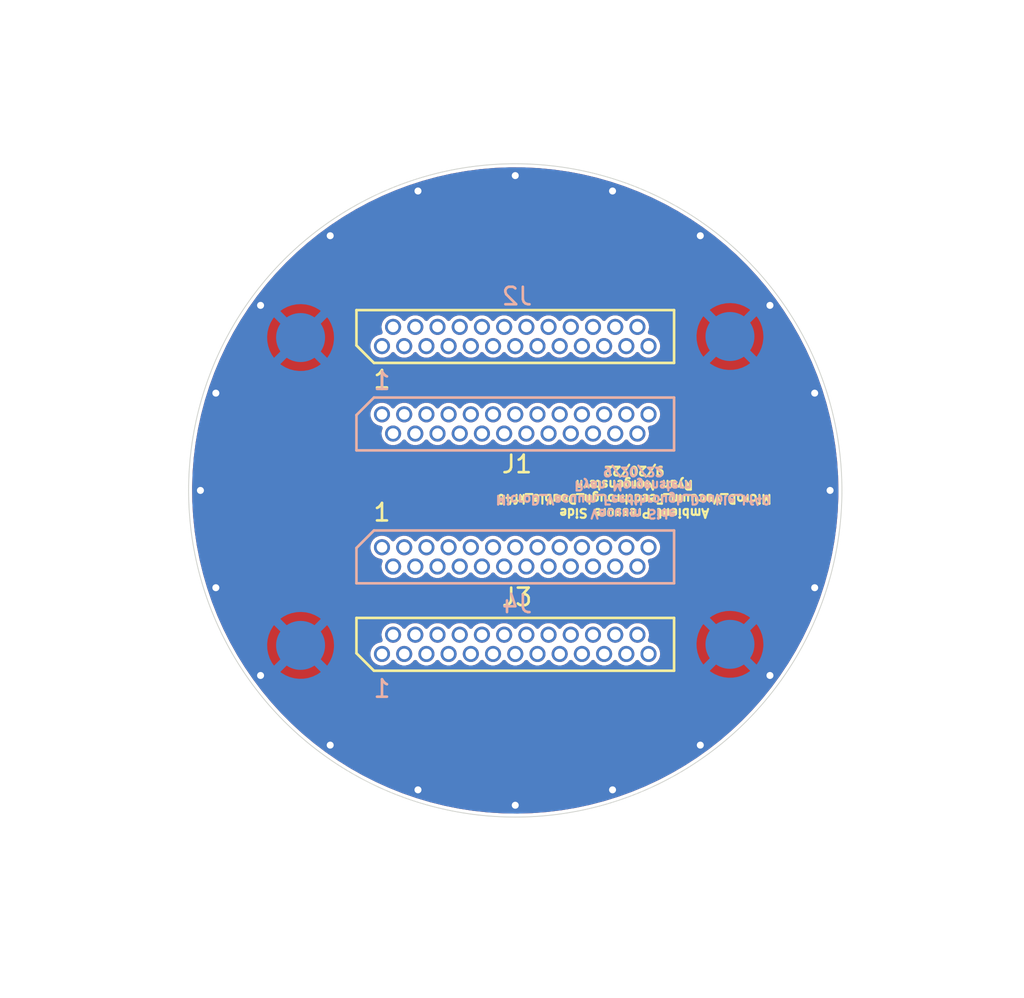
<source format=kicad_pcb>
(kicad_pcb (version 20211014) (generator pcbnew)
  (layers (0 "F.Cu" signal) (1 "In1.Cu" signal) (2 "In2.Cu" signal) (31 "B.Cu" signal) (34 "B.Paste" user) (35 "F.Paste" user) (36 "B.SilkS" user "B.Silkscreen") (37 "F.SilkS" user "F.Silkscreen") (38 "B.Mask" user) (39 "F.Mask" user) (44 "Edge.Cuts" user))
  (net 0 "")
  (net 1 "Net-(J1-Pad1)")
  (net 2 "Net-(J1-Pad14)")
  (net 3 "Net-(J1-Pad2)")
  (net 4 "Net-(J1-Pad15)")
  (net 5 "Net-(J1-Pad3)")
  (net 6 "Net-(J1-Pad16)")
  (net 7 "Net-(J1-Pad4)")
  (net 8 "Net-(J1-Pad17)")
  (net 9 "Net-(J1-Pad5)")
  (net 10 "Net-(J1-Pad18)")
  (net 11 "Net-(J1-Pad6)")
  (net 12 "Net-(J1-Pad19)")
  (net 13 "Net-(J1-Pad7)")
  (net 14 "Net-(J1-Pad20)")
  (net 15 "Net-(J1-Pad8)")
  (net 16 "Net-(J1-Pad21)")
  (net 17 "Net-(J1-Pad9)")
  (net 18 "Net-(J1-Pad22)")
  (net 19 "Net-(J1-Pad10)")
  (net 20 "Net-(J1-Pad23)")
  (net 21 "Net-(J1-Pad11)")
  (net 22 "Net-(J1-Pad24)")
  (net 23 "Net-(J1-Pad12)")
  (net 24 "Net-(J1-Pad25)")
  (net 25 "Net-(J1-Pad13)")
  (net 26 "Net-(J3-Pad1)")
  (net 27 "Net-(J3-Pad14)")
  (net 28 "Net-(J3-Pad2)")
  (net 29 "Net-(J3-Pad15)")
  (net 30 "Net-(J3-Pad3)")
  (net 31 "Net-(J3-Pad16)")
  (net 32 "Net-(J3-Pad4)")
  (net 33 "Net-(J3-Pad17)")
  (net 34 "Net-(J3-Pad5)")
  (net 35 "Net-(J3-Pad18)")
  (net 36 "Net-(J3-Pad6)")
  (net 37 "Net-(J3-Pad19)")
  (net 38 "Net-(J3-Pad7)")
  (net 39 "Net-(J3-Pad20)")
  (net 40 "Net-(J3-Pad8)")
  (net 41 "Net-(J3-Pad21)")
  (net 42 "Net-(J3-Pad9)")
  (net 43 "Net-(J3-Pad22)")
  (net 44 "Net-(J3-Pad10)")
  (net 45 "Net-(J3-Pad23)")
  (net 46 "Net-(J3-Pad11)")
  (net 47 "Net-(J3-Pad24)")
  (net 48 "Net-(J3-Pad12)")
  (net 49 "Net-(J3-Pad25)")
  (net 50 "Net-(J3-Pad13)")
  (net 51 "GND")
  (footprint "0_Double_MicroD_25_Gateway:Norcomp-380-025-113L001-microd_Updated" (layer "F.Cu") (at 0 -3.8)
    (fp_text reference "J1" (at 0.1 2.3) (layer "F.SilkS"))
    (fp_text value "DB25_Female")
    (fp_text user "1" (at -7.62 -2.54) (layer "F.SilkS"))
    (fp_line (start 9.08 1.51) (end 9.08 -1.51) (layer "B.SilkS") (width 0.15))
    (fp_line (start -9.08 -0.51) (end -9.08 1.51) (layer "B.SilkS") (width 0.15))
    (fp_line (start -9.08 1.51) (end 9.08 1.51) (layer "B.SilkS") (width 0.15))
    (fp_line (start 9.08 -1.51) (end -8.08 -1.51) (layer "B.SilkS") (width 0.15))
    (fp_line (start -8.08 -1.51) (end -9.08 -0.51) (layer "B.SilkS") (width 0.15))
    (pad "1" thru_hole oval (at -7.62 -0.55) (size 0.92 0.92) (drill 0.61) (layers *.Cu *.Mask) (net 1 "Net-(J1-Pad1)"))
    (pad "2" thru_hole oval (at -6.35 -0.55) (size 0.92 0.92) (drill 0.61) (layers *.Cu *.Mask) (net 3 "Net-(J1-Pad2)"))
    (pad "3" thru_hole oval (at -5.08 -0.55) (size 0.92 0.92) (drill 0.61) (layers *.Cu *.Mask) (net 5 "Net-(J1-Pad3)"))
    (pad "4" thru_hole oval (at -3.81 -0.55) (size 0.92 0.92) (drill 0.61) (layers *.Cu *.Mask) (net 7 "Net-(J1-Pad4)"))
    (pad "5" thru_hole oval (at -2.54 -0.55) (size 0.92 0.92) (drill 0.61) (layers *.Cu *.Mask) (net 9 "Net-(J1-Pad5)"))
    (pad "6" thru_hole oval (at -1.27 -0.55) (size 0.92 0.92) (drill 0.61) (layers *.Cu *.Mask) (net 11 "Net-(J1-Pad6)"))
    (pad "7" thru_hole oval (at 0 -0.55) (size 0.92 0.92) (drill 0.61) (layers *.Cu *.Mask) (net 13 "Net-(J1-Pad7)"))
    (pad "8" thru_hole oval (at 1.27 -0.55) (size 0.92 0.92) (drill 0.61) (layers *.Cu *.Mask) (net 15 "Net-(J1-Pad8)"))
    (pad "9" thru_hole oval (at 2.54 -0.55) (size 0.92 0.92) (drill 0.61) (layers *.Cu *.Mask) (net 17 "Net-(J1-Pad9)"))
    (pad "10" thru_hole oval (at 3.81 -0.55) (size 0.92 0.92) (drill 0.61) (layers *.Cu *.Mask) (net 19 "Net-(J1-Pad10)"))
    (pad "11" thru_hole oval (at 5.08 -0.55) (size 0.92 0.92) (drill 0.61) (layers *.Cu *.Mask) (net 21 "Net-(J1-Pad11)"))
    (pad "12" thru_hole oval (at 6.35 -0.55) (size 0.92 0.92) (drill 0.61) (layers *.Cu *.Mask) (net 23 "Net-(J1-Pad12)"))
    (pad "13" thru_hole oval (at 7.62 -0.55) (size 0.92 0.92) (drill 0.61) (layers *.Cu *.Mask) (net 25 "Net-(J1-Pad13)"))
    (pad "14" thru_hole oval (at -6.985 0.55) (size 0.92 0.92) (drill 0.61) (layers *.Cu *.Mask) (net 2 "Net-(J1-Pad14)"))
    (pad "15" thru_hole oval (at -5.715 0.55) (size 0.92 0.92) (drill 0.61) (layers *.Cu *.Mask) (net 4 "Net-(J1-Pad15)"))
    (pad "16" thru_hole oval (at -4.445 0.55) (size 0.92 0.92) (drill 0.61) (layers *.Cu *.Mask) (net 6 "Net-(J1-Pad16)"))
    (pad "17" thru_hole oval (at -3.175 0.55) (size 0.92 0.92) (drill 0.61) (layers *.Cu *.Mask) (net 8 "Net-(J1-Pad17)"))
    (pad "18" thru_hole oval (at -1.905 0.55) (size 0.92 0.92) (drill 0.61) (layers *.Cu *.Mask) (net 10 "Net-(J1-Pad18)"))
    (pad "19" thru_hole oval (at -0.635 0.55) (size 0.92 0.92) (drill 0.61) (layers *.Cu *.Mask) (net 12 "Net-(J1-Pad19)"))
    (pad "20" thru_hole oval (at 0.635 0.55) (size 0.92 0.92) (drill 0.61) (layers *.Cu *.Mask) (net 14 "Net-(J1-Pad20)"))
    (pad "21" thru_hole oval (at 1.905 0.55) (size 0.92 0.92) (drill 0.61) (layers *.Cu *.Mask) (net 16 "Net-(J1-Pad21)"))
    (pad "22" thru_hole oval (at 3.175 0.55) (size 0.92 0.92) (drill 0.61) (layers *.Cu *.Mask) (net 18 "Net-(J1-Pad22)"))
    (pad "23" thru_hole oval (at 4.445 0.55) (size 0.92 0.92) (drill 0.61) (layers *.Cu *.Mask) (net 20 "Net-(J1-Pad23)"))
    (pad "24" thru_hole oval (at 5.715 0.55) (size 0.92 0.92) (drill 0.61) (layers *.Cu *.Mask) (net 22 "Net-(J1-Pad24)"))
    (pad "25" thru_hole oval (at 6.985 0.55) (size 0.92 0.92) (drill 0.61) (layers *.Cu *.Mask) (net 24 "Net-(J1-Pad25)"))
    (pad "GND" smd circle (at -12.275 -0.06) (size 2.8 2.8) (layers "F.Cu" "F.Paste" "F.Mask") (net 51 "GND"))
    (pad "GND" smd circle (at 12.275 0) (size 2.8 2.8) (layers "F.Cu" "F.Paste" "F.Mask") (net 51 "GND"))
  )
  (footprint "0_Double_MicroD_25_Gateway:Norcomp-380-025-113L001-microd_Updated" (layer "F.Cu") (at 0 3.8)
    (fp_text reference "J3" (at 0.1 2.3) (layer "F.SilkS"))
    (fp_text value "DB25_Female")
    (fp_text user "1" (at -7.62 -2.54) (layer "F.SilkS"))
    (fp_line (start 9.08 1.51) (end 9.08 -1.51) (layer "B.SilkS") (width 0.15))
    (fp_line (start 9.08 -1.51) (end -8.08 -1.51) (layer "B.SilkS") (width 0.15))
    (fp_line (start -8.08 -1.51) (end -9.08 -0.51) (layer "B.SilkS") (width 0.15))
    (fp_line (start -9.08 1.51) (end 9.08 1.51) (layer "B.SilkS") (width 0.15))
    (fp_line (start -9.08 -0.51) (end -9.08 1.51) (layer "B.SilkS") (width 0.15))
    (pad "1" thru_hole oval (at -7.62 -0.55) (size 0.92 0.92) (drill 0.61) (layers *.Cu *.Mask) (net 26 "Net-(J3-Pad1)"))
    (pad "2" thru_hole oval (at -6.35 -0.55) (size 0.92 0.92) (drill 0.61) (layers *.Cu *.Mask) (net 28 "Net-(J3-Pad2)"))
    (pad "3" thru_hole oval (at -5.08 -0.55) (size 0.92 0.92) (drill 0.61) (layers *.Cu *.Mask) (net 30 "Net-(J3-Pad3)"))
    (pad "4" thru_hole oval (at -3.81 -0.55) (size 0.92 0.92) (drill 0.61) (layers *.Cu *.Mask) (net 32 "Net-(J3-Pad4)"))
    (pad "5" thru_hole oval (at -2.54 -0.55) (size 0.92 0.92) (drill 0.61) (layers *.Cu *.Mask) (net 34 "Net-(J3-Pad5)"))
    (pad "6" thru_hole oval (at -1.27 -0.55) (size 0.92 0.92) (drill 0.61) (layers *.Cu *.Mask) (net 36 "Net-(J3-Pad6)"))
    (pad "7" thru_hole oval (at 0 -0.55) (size 0.92 0.92) (drill 0.61) (layers *.Cu *.Mask) (net 38 "Net-(J3-Pad7)"))
    (pad "8" thru_hole oval (at 1.27 -0.55) (size 0.92 0.92) (drill 0.61) (layers *.Cu *.Mask) (net 40 "Net-(J3-Pad8)"))
    (pad "9" thru_hole oval (at 2.54 -0.55) (size 0.92 0.92) (drill 0.61) (layers *.Cu *.Mask) (net 42 "Net-(J3-Pad9)"))
    (pad "10" thru_hole oval (at 3.81 -0.55) (size 0.92 0.92) (drill 0.61) (layers *.Cu *.Mask) (net 44 "Net-(J3-Pad10)"))
    (pad "11" thru_hole oval (at 5.08 -0.55) (size 0.92 0.92) (drill 0.61) (layers *.Cu *.Mask) (net 46 "Net-(J3-Pad11)"))
    (pad "12" thru_hole oval (at 6.35 -0.55) (size 0.92 0.92) (drill 0.61) (layers *.Cu *.Mask) (net 48 "Net-(J3-Pad12)"))
    (pad "13" thru_hole oval (at 7.62 -0.55) (size 0.92 0.92) (drill 0.61) (layers *.Cu *.Mask) (net 50 "Net-(J3-Pad13)"))
    (pad "14" thru_hole oval (at -6.985 0.55) (size 0.92 0.92) (drill 0.61) (layers *.Cu *.Mask) (net 27 "Net-(J3-Pad14)"))
    (pad "15" thru_hole oval (at -5.715 0.55) (size 0.92 0.92) (drill 0.61) (layers *.Cu *.Mask) (net 29 "Net-(J3-Pad15)"))
    (pad "16" thru_hole oval (at -4.445 0.55) (size 0.92 0.92) (drill 0.61) (layers *.Cu *.Mask) (net 31 "Net-(J3-Pad16)"))
    (pad "17" thru_hole oval (at -3.175 0.55) (size 0.92 0.92) (drill 0.61) (layers *.Cu *.Mask) (net 33 "Net-(J3-Pad17)"))
    (pad "18" thru_hole oval (at -1.905 0.55) (size 0.92 0.92) (drill 0.61) (layers *.Cu *.Mask) (net 35 "Net-(J3-Pad18)"))
    (pad "19" thru_hole oval (at -0.635 0.55) (size 0.92 0.92) (drill 0.61) (layers *.Cu *.Mask) (net 37 "Net-(J3-Pad19)"))
    (pad "20" thru_hole oval (at 0.635 0.55) (size 0.92 0.92) (drill 0.61) (layers *.Cu *.Mask) (net 39 "Net-(J3-Pad20)"))
    (pad "21" thru_hole oval (at 1.905 0.55) (size 0.92 0.92) (drill 0.61) (layers *.Cu *.Mask) (net 41 "Net-(J3-Pad21)"))
    (pad "22" thru_hole oval (at 3.175 0.55) (size 0.92 0.92) (drill 0.61) (layers *.Cu *.Mask) (net 43 "Net-(J3-Pad22)"))
    (pad "23" thru_hole oval (at 4.445 0.55) (size 0.92 0.92) (drill 0.61) (layers *.Cu *.Mask) (net 45 "Net-(J3-Pad23)"))
    (pad "24" thru_hole oval (at 5.715 0.55) (size 0.92 0.92) (drill 0.61) (layers *.Cu *.Mask) (net 47 "Net-(J3-Pad24)"))
    (pad "25" thru_hole oval (at 6.985 0.55) (size 0.92 0.92) (drill 0.61) (layers *.Cu *.Mask) (net 49 "Net-(J3-Pad25)"))
    (pad "GND" smd circle (at 12.275 0) (size 2.8 2.8) (layers "F.Cu" "F.Paste" "F.Mask") (net 51 "GND"))
    (pad "GND" smd circle (at -12.275 -0.06) (size 2.8 2.8) (layers "F.Cu" "F.Paste" "F.Mask") (net 51 "GND"))
  )
  (footprint "0_Double_MicroD_25_Gateway:Norcomp-380-025-113L001-microd_Updated" (layer "B.Cu") (at 0 -8.8)
    (fp_text reference "J2" (at 0.1 -2.3) (layer "B.SilkS") (effects (justify mirror)))
    (fp_text value "DB25_Female")
    (fp_text user "1" (at -7.62 2.54) (layer "B.SilkS") (effects (justify mirror)))
    (fp_line (start 9.08 -1.51) (end 9.08 1.51) (layer "F.SilkS") (width 0.15))
    (fp_line (start -9.08 -1.51) (end 9.08 -1.51) (layer "F.SilkS") (width 0.15))
    (fp_line (start 9.08 1.51) (end -8.08 1.51) (layer "F.SilkS") (width 0.15))
    (fp_line (start -8.08 1.51) (end -9.08 0.51) (layer "F.SilkS") (width 0.15))
    (fp_line (start -9.08 0.51) (end -9.08 -1.51) (layer "F.SilkS") (width 0.15))
    (pad "1" thru_hole oval (at -7.62 0.55) (size 0.92 0.92) (drill 0.61) (layers *.Cu *.Mask) (net 1 "Net-(J1-Pad1)"))
    (pad "2" thru_hole oval (at -6.35 0.55) (size 0.92 0.92) (drill 0.61) (layers *.Cu *.Mask) (net 3 "Net-(J1-Pad2)"))
    (pad "3" thru_hole oval (at -5.08 0.55) (size 0.92 0.92) (drill 0.61) (layers *.Cu *.Mask) (net 5 "Net-(J1-Pad3)"))
    (pad "4" thru_hole oval (at -3.81 0.55) (size 0.92 0.92) (drill 0.61) (layers *.Cu *.Mask) (net 7 "Net-(J1-Pad4)"))
    (pad "5" thru_hole oval (at -2.54 0.55) (size 0.92 0.92) (drill 0.61) (layers *.Cu *.Mask) (net 9 "Net-(J1-Pad5)"))
    (pad "6" thru_hole oval (at -1.27 0.55) (size 0.92 0.92) (drill 0.61) (layers *.Cu *.Mask) (net 11 "Net-(J1-Pad6)"))
    (pad "7" thru_hole oval (at 0 0.55) (size 0.92 0.92) (drill 0.61) (layers *.Cu *.Mask) (net 13 "Net-(J1-Pad7)"))
    (pad "8" thru_hole oval (at 1.27 0.55) (size 0.92 0.92) (drill 0.61) (layers *.Cu *.Mask) (net 15 "Net-(J1-Pad8)"))
    (pad "9" thru_hole oval (at 2.54 0.55) (size 0.92 0.92) (drill 0.61) (layers *.Cu *.Mask) (net 17 "Net-(J1-Pad9)"))
    (pad "10" thru_hole oval (at 3.81 0.55) (size 0.92 0.92) (drill 0.61) (layers *.Cu *.Mask) (net 19 "Net-(J1-Pad10)"))
    (pad "11" thru_hole oval (at 5.08 0.55) (size 0.92 0.92) (drill 0.61) (layers *.Cu *.Mask) (net 21 "Net-(J1-Pad11)"))
    (pad "12" thru_hole oval (at 6.35 0.55) (size 0.92 0.92) (drill 0.61) (layers *.Cu *.Mask) (net 23 "Net-(J1-Pad12)"))
    (pad "13" thru_hole oval (at 7.62 0.55) (size 0.92 0.92) (drill 0.61) (layers *.Cu *.Mask) (net 25 "Net-(J1-Pad13)"))
    (pad "14" thru_hole oval (at -6.985 -0.55) (size 0.92 0.92) (drill 0.61) (layers *.Cu *.Mask) (net 2 "Net-(J1-Pad14)"))
    (pad "15" thru_hole oval (at -5.715 -0.55) (size 0.92 0.92) (drill 0.61) (layers *.Cu *.Mask) (net 4 "Net-(J1-Pad15)"))
    (pad "16" thru_hole oval (at -4.445 -0.55) (size 0.92 0.92) (drill 0.61) (layers *.Cu *.Mask) (net 6 "Net-(J1-Pad16)"))
    (pad "17" thru_hole oval (at -3.175 -0.55) (size 0.92 0.92) (drill 0.61) (layers *.Cu *.Mask) (net 8 "Net-(J1-Pad17)"))
    (pad "18" thru_hole oval (at -1.905 -0.55) (size 0.92 0.92) (drill 0.61) (layers *.Cu *.Mask) (net 10 "Net-(J1-Pad18)"))
    (pad "19" thru_hole oval (at -0.635 -0.55) (size 0.92 0.92) (drill 0.61) (layers *.Cu *.Mask) (net 12 "Net-(J1-Pad19)"))
    (pad "20" thru_hole oval (at 0.635 -0.55) (size 0.92 0.92) (drill 0.61) (layers *.Cu *.Mask) (net 14 "Net-(J1-Pad20)"))
    (pad "21" thru_hole oval (at 1.905 -0.55) (size 0.92 0.92) (drill 0.61) (layers *.Cu *.Mask) (net 16 "Net-(J1-Pad21)"))
    (pad "22" thru_hole oval (at 3.175 -0.55) (size 0.92 0.92) (drill 0.61) (layers *.Cu *.Mask) (net 18 "Net-(J1-Pad22)"))
    (pad "23" thru_hole oval (at 4.445 -0.55) (size 0.92 0.92) (drill 0.61) (layers *.Cu *.Mask) (net 20 "Net-(J1-Pad23)"))
    (pad "24" thru_hole oval (at 5.715 -0.55) (size 0.92 0.92) (drill 0.61) (layers *.Cu *.Mask) (net 22 "Net-(J1-Pad24)"))
    (pad "25" thru_hole oval (at 6.985 -0.55) (size 0.92 0.92) (drill 0.61) (layers *.Cu *.Mask) (net 24 "Net-(J1-Pad25)"))
    (pad "GND" smd circle (at 12.275 0) (size 2.8 2.8) (layers "B.Cu" "B.Paste" "B.Mask") (net 51 "GND"))
    (pad "GND" smd circle (at -12.275 0.06) (size 2.8 2.8) (layers "B.Cu" "B.Paste" "B.Mask") (net 51 "GND"))
  )
  (footprint "0_Double_MicroD_25_Gateway:Norcomp-380-025-113L001-microd_Updated" (layer "B.Cu") (at 0 8.8)
    (fp_text reference "J4" (at 0.1 -2.3) (layer "B.SilkS") (effects (justify mirror)))
    (fp_text value "DB25_Female")
    (fp_text user "1" (at -7.62 2.54) (layer "B.SilkS") (effects (justify mirror)))
    (fp_line (start 9.08 1.51) (end -8.08 1.51) (layer "F.SilkS") (width 0.15))
    (fp_line (start -9.08 0.51) (end -9.08 -1.51) (layer "F.SilkS") (width 0.15))
    (fp_line (start -9.08 -1.51) (end 9.08 -1.51) (layer "F.SilkS") (width 0.15))
    (fp_line (start 9.08 -1.51) (end 9.08 1.51) (layer "F.SilkS") (width 0.15))
    (fp_line (start -8.08 1.51) (end -9.08 0.51) (layer "F.SilkS") (width 0.15))
    (pad "1" thru_hole oval (at -7.62 0.55) (size 0.92 0.92) (drill 0.61) (layers *.Cu *.Mask) (net 26 "Net-(J3-Pad1)"))
    (pad "2" thru_hole oval (at -6.35 0.55) (size 0.92 0.92) (drill 0.61) (layers *.Cu *.Mask) (net 28 "Net-(J3-Pad2)"))
    (pad "3" thru_hole oval (at -5.08 0.55) (size 0.92 0.92) (drill 0.61) (layers *.Cu *.Mask) (net 30 "Net-(J3-Pad3)"))
    (pad "4" thru_hole oval (at -3.81 0.55) (size 0.92 0.92) (drill 0.61) (layers *.Cu *.Mask) (net 32 "Net-(J3-Pad4)"))
    (pad "5" thru_hole oval (at -2.54 0.55) (size 0.92 0.92) (drill 0.61) (layers *.Cu *.Mask) (net 34 "Net-(J3-Pad5)"))
    (pad "6" thru_hole oval (at -1.27 0.55) (size 0.92 0.92) (drill 0.61) (layers *.Cu *.Mask) (net 36 "Net-(J3-Pad6)"))
    (pad "7" thru_hole oval (at 0 0.55) (size 0.92 0.92) (drill 0.61) (layers *.Cu *.Mask) (net 38 "Net-(J3-Pad7)"))
    (pad "8" thru_hole oval (at 1.27 0.55) (size 0.92 0.92) (drill 0.61) (layers *.Cu *.Mask) (net 40 "Net-(J3-Pad8)"))
    (pad "9" thru_hole oval (at 2.54 0.55) (size 0.92 0.92) (drill 0.61) (layers *.Cu *.Mask) (net 42 "Net-(J3-Pad9)"))
    (pad "10" thru_hole oval (at 3.81 0.55) (size 0.92 0.92) (drill 0.61) (layers *.Cu *.Mask) (net 44 "Net-(J3-Pad10)"))
    (pad "11" thru_hole oval (at 5.08 0.55) (size 0.92 0.92) (drill 0.61) (layers *.Cu *.Mask) (net 46 "Net-(J3-Pad11)"))
    (pad "12" thru_hole oval (at 6.35 0.55) (size 0.92 0.92) (drill 0.61) (layers *.Cu *.Mask) (net 48 "Net-(J3-Pad12)"))
    (pad "13" thru_hole oval (at 7.62 0.55) (size 0.92 0.92) (drill 0.61) (layers *.Cu *.Mask) (net 50 "Net-(J3-Pad13)"))
    (pad "14" thru_hole oval (at -6.985 -0.55) (size 0.92 0.92) (drill 0.61) (layers *.Cu *.Mask) (net 27 "Net-(J3-Pad14)"))
    (pad "15" thru_hole oval (at -5.715 -0.55) (size 0.92 0.92) (drill 0.61) (layers *.Cu *.Mask) (net 29 "Net-(J3-Pad15)"))
    (pad "16" thru_hole oval (at -4.445 -0.55) (size 0.92 0.92) (drill 0.61) (layers *.Cu *.Mask) (net 31 "Net-(J3-Pad16)"))
    (pad "17" thru_hole oval (at -3.175 -0.55) (size 0.92 0.92) (drill 0.61) (layers *.Cu *.Mask) (net 33 "Net-(J3-Pad17)"))
    (pad "18" thru_hole oval (at -1.905 -0.55) (size 0.92 0.92) (drill 0.61) (layers *.Cu *.Mask) (net 35 "Net-(J3-Pad18)"))
    (pad "19" thru_hole oval (at -0.635 -0.55) (size 0.92 0.92) (drill 0.61) (layers *.Cu *.Mask) (net 37 "Net-(J3-Pad19)"))
    (pad "20" thru_hole oval (at 0.635 -0.55) (size 0.92 0.92) (drill 0.61) (layers *.Cu *.Mask) (net 39 "Net-(J3-Pad20)"))
    (pad "21" thru_hole oval (at 1.905 -0.55) (size 0.92 0.92) (drill 0.61) (layers *.Cu *.Mask) (net 41 "Net-(J3-Pad21)"))
    (pad "22" thru_hole oval (at 3.175 -0.55) (size 0.92 0.92) (drill 0.61) (layers *.Cu *.Mask) (net 43 "Net-(J3-Pad22)"))
    (pad "23" thru_hole oval (at 4.445 -0.55) (size 0.92 0.92) (drill 0.61) (layers *.Cu *.Mask) (net 45 "Net-(J3-Pad23)"))
    (pad "24" thru_hole oval (at 5.715 -0.55) (size 0.92 0.92) (drill 0.61) (layers *.Cu *.Mask) (net 47 "Net-(J3-Pad24)"))
    (pad "25" thru_hole oval (at 6.985 -0.55) (size 0.92 0.92) (drill 0.61) (layers *.Cu *.Mask) (net 49 "Net-(J3-Pad25)"))
    (pad "GND" smd circle (at -12.275 0.06) (size 2.8 2.8) (layers "B.Cu" "B.Paste" "B.Mask") (net 51 "GND"))
    (pad "GND" smd circle (at 12.275 0) (size 2.8 2.8) (layers "B.Cu" "B.Paste" "B.Mask") (net 51 "GND"))
  )
  (gr_circle (center 0 0) (end 18.677 0) (layer "Edge.Cuts") (width 0.05) (fill none))
  (gr_text "Vacuum Side\nMicroD_Vacuum_Feedthrough_Double_kf40\nRyan Morgenstern\n9/20/22" (at 6.75 0.13 180) (layer "B.SilkS") (effects (font (size 0.5 0.5) (thickness 0.125)) (justify mirror)))
  (gr_text "Ambient Pressure Side\nMicroD_Vacuum_Feedthrough_Double_kf40\nRyan Morgenstern\n9/20/22" (at 6.8 0.08 180) (layer "F.SilkS") (effects (font (size 0.5 0.5) (thickness 0.125))))
  (via (at 10.580135 -14.562306) (size 0.8) (drill 0.4) (layers "F.Cu" "B.Cu") (net 51))
  (via (at 10.580135 14.562306) (size 0.8) (drill 0.4) (layers "F.Cu" "B.Cu") (net 51))
  (via (at -10.580135 14.562306) (size 0.8) (drill 0.4) (layers "F.Cu" "B.Cu") (net 51))
  (via (at 17.119017 5.562306) (size 0.8) (drill 0.4) (layers "F.Cu" "B.Cu") (net 51))
  (via (at 17.119017 -5.562306) (size 0.8) (drill 0.4) (layers "F.Cu" "B.Cu") (net 51))
  (via (at -14.562306 -10.580135) (size 0.8) (drill 0.4) (layers "F.Cu" "B.Cu") (net 51))
  (via (at 14.562306 -10.580135) (size 0.8) (drill 0.4) (layers "F.Cu" "B.Cu") (net 51))
  (via (at -5.562306 -17.119017) (size 0.8) (drill 0.4) (layers "F.Cu" "B.Cu") (net 51))
  (via (at 14.562306 10.580135) (size 0.8) (drill 0.4) (layers "F.Cu" "B.Cu") (net 51))
  (via (at 5.562306 17.119017) (size 0.8) (drill 0.4) (layers "F.Cu" "B.Cu") (net 51))
  (via (at 0 -18) (size 0.8) (drill 0.4) (layers "F.Cu" "B.Cu") (net 51))
  (via (at -14.562306 10.580135) (size 0.8) (drill 0.4) (layers "F.Cu" "B.Cu") (net 51))
  (via (at -17.119017 -5.562306) (size 0.8) (drill 0.4) (layers "F.Cu" "B.Cu") (net 51))
  (via (at -5.562306 17.119017) (size 0.8) (drill 0.4) (layers "F.Cu" "B.Cu") (net 51))
  (via (at 18 0) (size 0.8) (drill 0.4) (layers "F.Cu" "B.Cu") (net 51))
  (via (at 0 18) (size 0.8) (drill 0.4) (layers "F.Cu" "B.Cu") (net 51))
  (via (at -10.580135 -14.562306) (size 0.8) (drill 0.4) (layers "F.Cu" "B.Cu") (net 51))
  (via (at -18 0) (size 0.8) (drill 0.4) (layers "F.Cu" "B.Cu") (net 51))
  (via (at -17.119017 5.562306) (size 0.8) (drill 0.4) (layers "F.Cu" "B.Cu") (net 51))
  (via (at 5.562306 -17.119017) (size 0.8) (drill 0.4) (layers "F.Cu" "B.Cu") (net 51))
  (zone (net 51) (net_name "GND") (layer "F.Cu") (connect_pads (clearance 0.2)) (min_thickness 0.254) (fill yes (thermal_gap 0.508) (thermal_bridge_width 0.508))
    (polygon (pts (xy 29.1 27.6) (xy -27.9 27.6) (xy -27.9 -27.2) (xy 28 -27.2)))
  )
  (zone (net 51) (net_name "GND") (layer "B.Cu") (connect_pads (clearance 0.2)) (min_thickness 0.254) (fill yes (thermal_gap 0.508) (thermal_bridge_width 0.508))
    (polygon (pts (xy 28.8 28) (xy -27.7 28) (xy -27.7 -27.3) (xy 27.9 -27.3)))
  )
)
</source>
